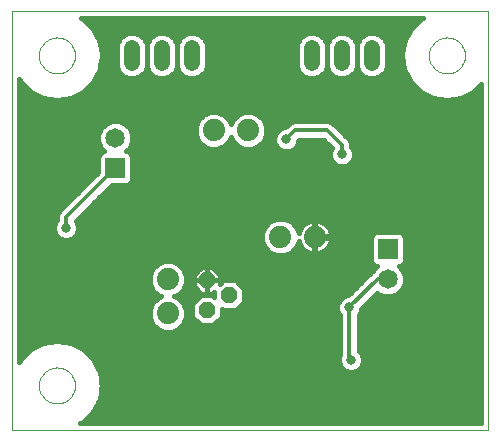
<source format=gbl>
G75*
%MOIN*%
%OFA0B0*%
%FSLAX24Y24*%
%IPPOS*%
%LPD*%
%AMOC8*
5,1,8,0,0,1.08239X$1,22.5*
%
%ADD10C,0.0000*%
%ADD11C,0.0740*%
%ADD12OC8,0.0520*%
%ADD13R,0.0650X0.0650*%
%ADD14C,0.0650*%
%ADD15C,0.0520*%
%ADD16C,0.0160*%
%ADD17C,0.0320*%
%ADD18C,0.0100*%
%ADD19C,0.0140*%
D10*
X000180Y000180D02*
X000180Y014176D01*
X016050Y014176D01*
X016050Y000180D01*
X000180Y000180D01*
X001080Y001680D02*
X001082Y001729D01*
X001088Y001777D01*
X001098Y001825D01*
X001112Y001872D01*
X001129Y001918D01*
X001150Y001962D01*
X001175Y002004D01*
X001203Y002044D01*
X001235Y002082D01*
X001269Y002117D01*
X001306Y002149D01*
X001345Y002178D01*
X001387Y002204D01*
X001431Y002226D01*
X001476Y002244D01*
X001523Y002259D01*
X001570Y002270D01*
X001619Y002277D01*
X001668Y002280D01*
X001717Y002279D01*
X001765Y002274D01*
X001814Y002265D01*
X001861Y002252D01*
X001907Y002235D01*
X001951Y002215D01*
X001994Y002191D01*
X002035Y002164D01*
X002073Y002133D01*
X002109Y002100D01*
X002141Y002064D01*
X002171Y002025D01*
X002198Y001984D01*
X002221Y001940D01*
X002240Y001895D01*
X002256Y001849D01*
X002268Y001802D01*
X002276Y001753D01*
X002280Y001704D01*
X002280Y001656D01*
X002276Y001607D01*
X002268Y001558D01*
X002256Y001511D01*
X002240Y001465D01*
X002221Y001420D01*
X002198Y001376D01*
X002171Y001335D01*
X002141Y001296D01*
X002109Y001260D01*
X002073Y001227D01*
X002035Y001196D01*
X001994Y001169D01*
X001951Y001145D01*
X001907Y001125D01*
X001861Y001108D01*
X001814Y001095D01*
X001765Y001086D01*
X001717Y001081D01*
X001668Y001080D01*
X001619Y001083D01*
X001570Y001090D01*
X001523Y001101D01*
X001476Y001116D01*
X001431Y001134D01*
X001387Y001156D01*
X001345Y001182D01*
X001306Y001211D01*
X001269Y001243D01*
X001235Y001278D01*
X001203Y001316D01*
X001175Y001356D01*
X001150Y001398D01*
X001129Y001442D01*
X001112Y001488D01*
X001098Y001535D01*
X001088Y001583D01*
X001082Y001631D01*
X001080Y001680D01*
X001080Y012680D02*
X001082Y012729D01*
X001088Y012777D01*
X001098Y012825D01*
X001112Y012872D01*
X001129Y012918D01*
X001150Y012962D01*
X001175Y013004D01*
X001203Y013044D01*
X001235Y013082D01*
X001269Y013117D01*
X001306Y013149D01*
X001345Y013178D01*
X001387Y013204D01*
X001431Y013226D01*
X001476Y013244D01*
X001523Y013259D01*
X001570Y013270D01*
X001619Y013277D01*
X001668Y013280D01*
X001717Y013279D01*
X001765Y013274D01*
X001814Y013265D01*
X001861Y013252D01*
X001907Y013235D01*
X001951Y013215D01*
X001994Y013191D01*
X002035Y013164D01*
X002073Y013133D01*
X002109Y013100D01*
X002141Y013064D01*
X002171Y013025D01*
X002198Y012984D01*
X002221Y012940D01*
X002240Y012895D01*
X002256Y012849D01*
X002268Y012802D01*
X002276Y012753D01*
X002280Y012704D01*
X002280Y012656D01*
X002276Y012607D01*
X002268Y012558D01*
X002256Y012511D01*
X002240Y012465D01*
X002221Y012420D01*
X002198Y012376D01*
X002171Y012335D01*
X002141Y012296D01*
X002109Y012260D01*
X002073Y012227D01*
X002035Y012196D01*
X001994Y012169D01*
X001951Y012145D01*
X001907Y012125D01*
X001861Y012108D01*
X001814Y012095D01*
X001765Y012086D01*
X001717Y012081D01*
X001668Y012080D01*
X001619Y012083D01*
X001570Y012090D01*
X001523Y012101D01*
X001476Y012116D01*
X001431Y012134D01*
X001387Y012156D01*
X001345Y012182D01*
X001306Y012211D01*
X001269Y012243D01*
X001235Y012278D01*
X001203Y012316D01*
X001175Y012356D01*
X001150Y012398D01*
X001129Y012442D01*
X001112Y012488D01*
X001098Y012535D01*
X001088Y012583D01*
X001082Y012631D01*
X001080Y012680D01*
X014080Y012680D02*
X014082Y012729D01*
X014088Y012777D01*
X014098Y012825D01*
X014112Y012872D01*
X014129Y012918D01*
X014150Y012962D01*
X014175Y013004D01*
X014203Y013044D01*
X014235Y013082D01*
X014269Y013117D01*
X014306Y013149D01*
X014345Y013178D01*
X014387Y013204D01*
X014431Y013226D01*
X014476Y013244D01*
X014523Y013259D01*
X014570Y013270D01*
X014619Y013277D01*
X014668Y013280D01*
X014717Y013279D01*
X014765Y013274D01*
X014814Y013265D01*
X014861Y013252D01*
X014907Y013235D01*
X014951Y013215D01*
X014994Y013191D01*
X015035Y013164D01*
X015073Y013133D01*
X015109Y013100D01*
X015141Y013064D01*
X015171Y013025D01*
X015198Y012984D01*
X015221Y012940D01*
X015240Y012895D01*
X015256Y012849D01*
X015268Y012802D01*
X015276Y012753D01*
X015280Y012704D01*
X015280Y012656D01*
X015276Y012607D01*
X015268Y012558D01*
X015256Y012511D01*
X015240Y012465D01*
X015221Y012420D01*
X015198Y012376D01*
X015171Y012335D01*
X015141Y012296D01*
X015109Y012260D01*
X015073Y012227D01*
X015035Y012196D01*
X014994Y012169D01*
X014951Y012145D01*
X014907Y012125D01*
X014861Y012108D01*
X014814Y012095D01*
X014765Y012086D01*
X014717Y012081D01*
X014668Y012080D01*
X014619Y012083D01*
X014570Y012090D01*
X014523Y012101D01*
X014476Y012116D01*
X014431Y012134D01*
X014387Y012156D01*
X014345Y012182D01*
X014306Y012211D01*
X014269Y012243D01*
X014235Y012278D01*
X014203Y012316D01*
X014175Y012356D01*
X014150Y012398D01*
X014129Y012442D01*
X014112Y012488D01*
X014098Y012535D01*
X014088Y012583D01*
X014082Y012631D01*
X014080Y012680D01*
D11*
X008050Y010180D03*
X006910Y010180D03*
X009130Y006630D03*
X010270Y006630D03*
X005380Y005220D03*
X005380Y004080D03*
D12*
X006680Y004180D03*
X007430Y004680D03*
X006680Y005180D03*
D13*
X003630Y008930D03*
X012710Y006220D03*
D14*
X012710Y005220D03*
X003630Y009930D03*
D15*
X004180Y012420D02*
X004180Y012940D01*
X005180Y012940D02*
X005180Y012420D01*
X006180Y012420D02*
X006180Y012940D01*
X010180Y012940D02*
X010180Y012420D01*
X011180Y012420D02*
X011180Y012940D01*
X012180Y012940D02*
X012180Y012420D01*
D16*
X012535Y012068D02*
X013335Y012068D01*
X013258Y012218D02*
X013471Y011801D01*
X013801Y011471D01*
X013801Y011471D01*
X014218Y011258D01*
X014218Y011258D01*
X014680Y011185D01*
X015142Y011258D01*
X015559Y011471D01*
X015810Y011722D01*
X015810Y000420D01*
X002460Y000420D01*
X002559Y000471D01*
X002889Y000801D01*
X002889Y000801D01*
X003102Y001218D01*
X003102Y001218D01*
X003175Y001680D01*
X003102Y002142D01*
X002889Y002559D01*
X002559Y002889D01*
X002142Y003102D01*
X001680Y003175D01*
X001218Y003102D01*
X000801Y002889D01*
X000471Y002559D01*
X000420Y002460D01*
X000420Y011900D01*
X000471Y011801D01*
X000801Y011471D01*
X000801Y011471D01*
X001218Y011258D01*
X001218Y011258D01*
X001680Y011185D01*
X002142Y011258D01*
X002559Y011471D01*
X002889Y011801D01*
X002889Y011801D01*
X003102Y012218D01*
X003102Y012218D01*
X003175Y012680D01*
X003102Y013142D01*
X002889Y013559D01*
X002559Y013889D01*
X002467Y013936D01*
X013893Y013936D01*
X013801Y013889D01*
X013471Y013559D01*
X013258Y013142D01*
X013185Y012680D01*
X013185Y012680D01*
X013258Y012218D01*
X013258Y012218D01*
X013257Y012226D02*
X012641Y012226D01*
X012604Y012137D02*
X012680Y012321D01*
X012680Y013039D01*
X012604Y013223D01*
X012463Y013364D01*
X012279Y013440D01*
X012081Y013440D01*
X011897Y013364D01*
X011756Y013223D01*
X011680Y013039D01*
X011680Y012321D01*
X011756Y012137D01*
X011897Y011996D01*
X012081Y011920D01*
X012279Y011920D01*
X012463Y011996D01*
X012604Y012137D01*
X012680Y012385D02*
X013232Y012385D01*
X013207Y012543D02*
X012680Y012543D01*
X012680Y012702D02*
X013188Y012702D01*
X013214Y012860D02*
X012680Y012860D01*
X012680Y013019D02*
X013239Y013019D01*
X013258Y013142D02*
X013258Y013142D01*
X013276Y013177D02*
X012623Y013177D01*
X012492Y013336D02*
X013357Y013336D01*
X013438Y013494D02*
X002922Y013494D01*
X002889Y013559D02*
X002889Y013559D01*
X002796Y013653D02*
X013564Y013653D01*
X013471Y013559D02*
X013471Y013559D01*
X013723Y013811D02*
X002637Y013811D01*
X002559Y013889D02*
X002559Y013889D01*
X003003Y013336D02*
X003868Y013336D01*
X003897Y013364D02*
X003756Y013223D01*
X003680Y013039D01*
X003680Y012321D01*
X003756Y012137D01*
X003897Y011996D01*
X004081Y011920D01*
X004279Y011920D01*
X004463Y011996D01*
X004604Y012137D01*
X004680Y012321D01*
X004680Y013039D01*
X004604Y013223D01*
X004463Y013364D01*
X004279Y013440D01*
X004081Y013440D01*
X003897Y013364D01*
X003737Y013177D02*
X003084Y013177D01*
X003102Y013142D02*
X003102Y013142D01*
X003121Y013019D02*
X003680Y013019D01*
X003680Y012860D02*
X003146Y012860D01*
X003172Y012702D02*
X003680Y012702D01*
X003680Y012543D02*
X003153Y012543D01*
X003128Y012385D02*
X003680Y012385D01*
X003719Y012226D02*
X003103Y012226D01*
X003025Y012068D02*
X003825Y012068D01*
X004535Y012068D02*
X004825Y012068D01*
X004756Y012137D02*
X004897Y011996D01*
X005081Y011920D01*
X005279Y011920D01*
X005463Y011996D01*
X005604Y012137D01*
X005680Y012321D01*
X005756Y012137D01*
X005897Y011996D01*
X006081Y011920D01*
X006279Y011920D01*
X006463Y011996D01*
X006604Y012137D01*
X006680Y012321D01*
X006680Y013039D01*
X006604Y013223D01*
X006463Y013364D01*
X006279Y013440D01*
X006081Y013440D01*
X005897Y013364D01*
X005756Y013223D01*
X005680Y013039D01*
X005680Y012321D01*
X005680Y013039D01*
X005604Y013223D01*
X005463Y013364D01*
X005279Y013440D01*
X005081Y013440D01*
X004897Y013364D01*
X004756Y013223D01*
X004680Y013039D01*
X004680Y012321D01*
X004756Y012137D01*
X004719Y012226D02*
X004641Y012226D01*
X004680Y012385D02*
X004680Y012385D01*
X004680Y012543D02*
X004680Y012543D01*
X004680Y012702D02*
X004680Y012702D01*
X004680Y012860D02*
X004680Y012860D01*
X004680Y013019D02*
X004680Y013019D01*
X004623Y013177D02*
X004737Y013177D01*
X004868Y013336D02*
X004492Y013336D01*
X005492Y013336D02*
X005868Y013336D01*
X005737Y013177D02*
X005623Y013177D01*
X005680Y013019D02*
X005680Y013019D01*
X005680Y012860D02*
X005680Y012860D01*
X005680Y012702D02*
X005680Y012702D01*
X005680Y012543D02*
X005680Y012543D01*
X005680Y012385D02*
X005680Y012385D01*
X005641Y012226D02*
X005719Y012226D01*
X005825Y012068D02*
X005535Y012068D01*
X006535Y012068D02*
X009825Y012068D01*
X009756Y012137D02*
X009680Y012321D01*
X009680Y013039D01*
X009756Y013223D01*
X009897Y013364D01*
X010081Y013440D01*
X010279Y013440D01*
X010463Y013364D01*
X010604Y013223D01*
X010680Y013039D01*
X010680Y012321D01*
X010604Y012137D01*
X010463Y011996D01*
X010279Y011920D01*
X010081Y011920D01*
X009897Y011996D01*
X009756Y012137D01*
X009719Y012226D02*
X006641Y012226D01*
X006680Y012385D02*
X009680Y012385D01*
X009680Y012543D02*
X006680Y012543D01*
X006680Y012702D02*
X009680Y012702D01*
X009680Y012860D02*
X006680Y012860D01*
X006680Y013019D02*
X009680Y013019D01*
X009737Y013177D02*
X006623Y013177D01*
X006492Y013336D02*
X009868Y013336D01*
X010492Y013336D02*
X010868Y013336D01*
X010897Y013364D02*
X010756Y013223D01*
X010680Y013039D01*
X010680Y012321D01*
X010756Y012137D01*
X010897Y011996D01*
X011081Y011920D01*
X011279Y011920D01*
X011463Y011996D01*
X011604Y012137D01*
X011680Y012321D01*
X011680Y013039D01*
X011604Y013223D01*
X011463Y013364D01*
X011279Y013440D01*
X011081Y013440D01*
X010897Y013364D01*
X010737Y013177D02*
X010623Y013177D01*
X010680Y013019D02*
X010680Y013019D01*
X010680Y012860D02*
X010680Y012860D01*
X010680Y012702D02*
X010680Y012702D01*
X010680Y012543D02*
X010680Y012543D01*
X010680Y012385D02*
X010680Y012385D01*
X010641Y012226D02*
X010719Y012226D01*
X010825Y012068D02*
X010535Y012068D01*
X011535Y012068D02*
X011825Y012068D01*
X011719Y012226D02*
X011641Y012226D01*
X011680Y012385D02*
X011680Y012385D01*
X011680Y012543D02*
X011680Y012543D01*
X011680Y012702D02*
X011680Y012702D01*
X011680Y012860D02*
X011680Y012860D01*
X011680Y013019D02*
X011680Y013019D01*
X011623Y013177D02*
X011737Y013177D01*
X011868Y013336D02*
X011492Y013336D01*
X013416Y011909D02*
X002944Y011909D01*
X002839Y011751D02*
X013521Y011751D01*
X013471Y011801D02*
X013471Y011801D01*
X013680Y011592D02*
X002680Y011592D01*
X002559Y011471D02*
X002559Y011471D01*
X002486Y011434D02*
X013874Y011434D01*
X014185Y011275D02*
X002175Y011275D01*
X002142Y011258D02*
X002142Y011258D01*
X001680Y011185D02*
X001680Y011185D01*
X001185Y011275D02*
X000420Y011275D01*
X000420Y011117D02*
X015810Y011117D01*
X015810Y011275D02*
X015175Y011275D01*
X015142Y011258D02*
X015142Y011258D01*
X015486Y011434D02*
X015810Y011434D01*
X015810Y011592D02*
X015680Y011592D01*
X015559Y011471D02*
X015559Y011471D01*
X015810Y010958D02*
X000420Y010958D01*
X000420Y010800D02*
X015810Y010800D01*
X015810Y010641D02*
X008452Y010641D01*
X008396Y010697D02*
X008171Y010790D01*
X007929Y010790D01*
X007704Y010697D01*
X007533Y010526D01*
X007480Y010398D01*
X007427Y010526D01*
X007256Y010697D01*
X007031Y010790D01*
X006789Y010790D01*
X006564Y010697D01*
X006393Y010526D01*
X006300Y010301D01*
X006300Y010059D01*
X006393Y009834D01*
X006564Y009663D01*
X006789Y009570D01*
X007031Y009570D01*
X007256Y009663D01*
X007427Y009834D01*
X007480Y009962D01*
X007533Y009834D01*
X007704Y009663D01*
X007929Y009570D01*
X008171Y009570D01*
X008396Y009663D01*
X008567Y009834D01*
X008660Y010059D01*
X008660Y010301D01*
X008567Y010526D01*
X008396Y010697D01*
X008585Y010483D02*
X009550Y010483D01*
X009568Y010490D02*
X009454Y010443D01*
X009292Y010280D01*
X009250Y010280D01*
X009103Y010219D01*
X008991Y010107D01*
X008930Y009960D01*
X008930Y009800D01*
X008991Y009653D01*
X009103Y009541D01*
X009250Y009480D01*
X009410Y009480D01*
X009557Y009541D01*
X009669Y009653D01*
X009730Y009800D01*
X009730Y009842D01*
X009758Y009870D01*
X010552Y009870D01*
X010833Y009588D01*
X010780Y009460D01*
X010780Y009300D01*
X010841Y009153D01*
X010953Y009041D01*
X011100Y008980D01*
X011260Y008980D01*
X011407Y009041D01*
X011519Y009153D01*
X011580Y009300D01*
X011580Y009460D01*
X011519Y009607D01*
X011490Y009636D01*
X011490Y009742D01*
X011443Y009856D01*
X010943Y010356D01*
X010856Y010443D01*
X010742Y010490D01*
X009568Y010490D01*
X009336Y010324D02*
X008651Y010324D01*
X008660Y010166D02*
X009050Y010166D01*
X008950Y010007D02*
X008639Y010007D01*
X008573Y009849D02*
X008930Y009849D01*
X008976Y009690D02*
X008423Y009690D01*
X009126Y009532D02*
X004031Y009532D01*
X004003Y009495D02*
X003994Y009495D01*
X004109Y009610D01*
X004195Y009818D01*
X004195Y010042D01*
X004109Y010250D01*
X003950Y010409D01*
X003742Y010495D01*
X003518Y010495D01*
X003310Y010409D01*
X003151Y010250D01*
X003065Y010042D01*
X003065Y009818D01*
X003151Y009610D01*
X003266Y009495D01*
X003257Y009495D01*
X003169Y009458D01*
X003102Y009391D01*
X003065Y009303D01*
X003065Y008803D01*
X001717Y007456D01*
X001670Y007342D01*
X001670Y007186D01*
X001641Y007157D01*
X001580Y007010D01*
X001580Y006850D01*
X001641Y006703D01*
X001753Y006591D01*
X001900Y006530D01*
X002060Y006530D01*
X002207Y006591D01*
X002319Y006703D01*
X002380Y006850D01*
X002380Y007010D01*
X002319Y007157D01*
X002307Y007169D01*
X003503Y008365D01*
X004003Y008365D01*
X004091Y008402D01*
X004158Y008469D01*
X004195Y008557D01*
X004195Y009303D01*
X004158Y009391D01*
X004091Y009458D01*
X004003Y009495D01*
X004166Y009373D02*
X010780Y009373D01*
X010810Y009532D02*
X009534Y009532D01*
X009684Y009690D02*
X010732Y009690D01*
X010573Y009849D02*
X009737Y009849D01*
X010760Y010483D02*
X015810Y010483D01*
X015810Y010324D02*
X010974Y010324D01*
X011133Y010166D02*
X015810Y010166D01*
X015810Y010007D02*
X011291Y010007D01*
X011446Y009849D02*
X015810Y009849D01*
X015810Y009690D02*
X011490Y009690D01*
X011550Y009532D02*
X015810Y009532D01*
X015810Y009373D02*
X011580Y009373D01*
X011544Y009215D02*
X015810Y009215D01*
X015810Y009056D02*
X011422Y009056D01*
X010938Y009056D02*
X004195Y009056D01*
X004195Y009215D02*
X010816Y009215D01*
X010399Y007166D02*
X010313Y007180D01*
X010290Y007180D01*
X010290Y006650D01*
X010250Y006650D01*
X010250Y007180D01*
X010227Y007180D01*
X010141Y007166D01*
X010059Y007140D01*
X009982Y007100D01*
X009912Y007050D01*
X009850Y006988D01*
X009800Y006918D01*
X009760Y006841D01*
X009735Y006763D01*
X009647Y006976D01*
X009476Y007147D01*
X009251Y007240D01*
X009009Y007240D01*
X008784Y007147D01*
X008613Y006976D01*
X008520Y006751D01*
X008520Y006509D01*
X008613Y006284D01*
X008784Y006113D01*
X009009Y006020D01*
X009251Y006020D01*
X009476Y006113D01*
X009647Y006284D01*
X009735Y006497D01*
X009760Y006419D01*
X009800Y006342D01*
X009850Y006272D01*
X009912Y006210D01*
X009982Y006160D01*
X010059Y006120D01*
X010141Y006094D01*
X010227Y006080D01*
X010250Y006080D01*
X010250Y006610D01*
X010290Y006610D01*
X010290Y006650D01*
X010820Y006650D01*
X010820Y006673D01*
X010806Y006759D01*
X010780Y006841D01*
X010740Y006918D01*
X010690Y006988D01*
X010628Y007050D01*
X010558Y007100D01*
X010481Y007140D01*
X010399Y007166D01*
X010437Y007154D02*
X015810Y007154D01*
X015810Y006996D02*
X010682Y006996D01*
X010781Y006837D02*
X015810Y006837D01*
X015810Y006679D02*
X013239Y006679D01*
X013238Y006681D02*
X013171Y006748D01*
X013083Y006785D01*
X012337Y006785D01*
X012249Y006748D01*
X012182Y006681D01*
X012145Y006593D01*
X012145Y005847D01*
X012182Y005759D01*
X012249Y005692D01*
X012337Y005655D01*
X012346Y005655D01*
X012231Y005540D01*
X012210Y005489D01*
X012194Y005483D01*
X011392Y004680D01*
X011350Y004680D01*
X011203Y004619D01*
X011091Y004507D01*
X011030Y004360D01*
X011030Y004200D01*
X011091Y004053D01*
X011120Y004024D01*
X011120Y002706D01*
X011080Y002610D01*
X011080Y002450D01*
X011141Y002303D01*
X011253Y002191D01*
X011400Y002130D01*
X011560Y002130D01*
X011707Y002191D01*
X011819Y002303D01*
X011880Y002450D01*
X011880Y002610D01*
X011819Y002757D01*
X011740Y002836D01*
X011740Y004024D01*
X011769Y004053D01*
X011830Y004200D01*
X011830Y004242D01*
X012360Y004771D01*
X012390Y004741D01*
X012598Y004655D01*
X012822Y004655D01*
X013030Y004741D01*
X013189Y004900D01*
X013275Y005108D01*
X013275Y005332D01*
X013189Y005540D01*
X013074Y005655D01*
X013083Y005655D01*
X013171Y005692D01*
X013238Y005759D01*
X013275Y005847D01*
X013275Y006593D01*
X013238Y006681D01*
X013275Y006520D02*
X015810Y006520D01*
X015810Y006362D02*
X013275Y006362D01*
X013275Y006203D02*
X015810Y006203D01*
X015810Y006045D02*
X013275Y006045D01*
X013275Y005886D02*
X015810Y005886D01*
X015810Y005728D02*
X013207Y005728D01*
X013160Y005569D02*
X015810Y005569D01*
X015810Y005411D02*
X013243Y005411D01*
X013275Y005252D02*
X015810Y005252D01*
X015810Y005094D02*
X013269Y005094D01*
X013204Y004935D02*
X015810Y004935D01*
X015810Y004777D02*
X013066Y004777D01*
X012206Y004618D02*
X015810Y004618D01*
X015810Y004460D02*
X012048Y004460D01*
X011889Y004301D02*
X015810Y004301D01*
X015810Y004143D02*
X011806Y004143D01*
X011740Y003984D02*
X015810Y003984D01*
X015810Y003826D02*
X011740Y003826D01*
X011740Y003667D02*
X015810Y003667D01*
X015810Y003509D02*
X011740Y003509D01*
X011740Y003350D02*
X015810Y003350D01*
X015810Y003192D02*
X011740Y003192D01*
X011740Y003033D02*
X015810Y003033D01*
X015810Y002875D02*
X011740Y002875D01*
X011836Y002716D02*
X015810Y002716D01*
X015810Y002558D02*
X011880Y002558D01*
X011859Y002399D02*
X015810Y002399D01*
X015810Y002241D02*
X011756Y002241D01*
X011204Y002241D02*
X003052Y002241D01*
X003102Y002142D02*
X003102Y002142D01*
X003111Y002082D02*
X015810Y002082D01*
X015810Y001924D02*
X003136Y001924D01*
X003162Y001765D02*
X015810Y001765D01*
X015810Y001607D02*
X003163Y001607D01*
X003138Y001448D02*
X015810Y001448D01*
X015810Y001290D02*
X003113Y001290D01*
X003057Y001131D02*
X015810Y001131D01*
X015810Y000973D02*
X002977Y000973D01*
X002896Y000814D02*
X015810Y000814D01*
X015810Y000656D02*
X002744Y000656D01*
X002585Y000497D02*
X015810Y000497D01*
X011101Y002399D02*
X002971Y002399D01*
X002890Y002558D02*
X011080Y002558D01*
X011120Y002716D02*
X002732Y002716D01*
X002889Y002559D02*
X002889Y002559D01*
X002574Y002875D02*
X011120Y002875D01*
X011120Y003033D02*
X002277Y003033D01*
X002142Y003102D02*
X002142Y003102D01*
X002559Y002889D02*
X002559Y002889D01*
X001680Y003175D02*
X001680Y003175D01*
X001218Y003102D02*
X001218Y003102D01*
X001083Y003033D02*
X000420Y003033D01*
X000420Y002875D02*
X000786Y002875D01*
X000801Y002889D02*
X000801Y002889D01*
X000801Y002889D01*
X000628Y002716D02*
X000420Y002716D01*
X000420Y002558D02*
X000470Y002558D01*
X000471Y002559D02*
X000471Y002559D01*
X000420Y003192D02*
X011120Y003192D01*
X011120Y003350D02*
X000420Y003350D01*
X000420Y003509D02*
X005166Y003509D01*
X005259Y003470D02*
X005034Y003563D01*
X004863Y003734D01*
X004770Y003959D01*
X004770Y004201D01*
X004863Y004426D01*
X005034Y004597D01*
X005162Y004650D01*
X005034Y004703D01*
X004863Y004874D01*
X004770Y005099D01*
X004770Y005341D01*
X004863Y005566D01*
X005034Y005737D01*
X005259Y005830D01*
X005501Y005830D01*
X005726Y005737D01*
X005897Y005566D01*
X005990Y005341D01*
X005990Y005099D01*
X005897Y004874D01*
X005726Y004703D01*
X005598Y004650D01*
X005726Y004597D01*
X005897Y004426D01*
X005990Y004201D01*
X005990Y003959D01*
X005897Y003734D01*
X005726Y003563D01*
X005501Y003470D01*
X005259Y003470D01*
X005594Y003509D02*
X011120Y003509D01*
X011120Y003667D02*
X005830Y003667D01*
X005935Y003826D02*
X006327Y003826D01*
X006473Y003680D02*
X006180Y003973D01*
X006180Y004387D01*
X006473Y004680D01*
X006887Y004680D01*
X006930Y004637D01*
X006930Y004808D01*
X006862Y004740D01*
X006680Y004740D01*
X006680Y005180D01*
X006680Y005180D01*
X006680Y005620D01*
X006862Y005620D01*
X007120Y005362D01*
X007120Y005180D01*
X006680Y005180D01*
X006680Y005180D01*
X006680Y005180D01*
X006240Y005180D01*
X006240Y005362D01*
X006498Y005620D01*
X006680Y005620D01*
X006680Y005180D01*
X007120Y005180D01*
X007120Y005077D01*
X007223Y005180D01*
X007637Y005180D01*
X007930Y004887D01*
X007930Y004473D01*
X007637Y004180D01*
X007223Y004180D01*
X007180Y004223D01*
X007180Y003973D01*
X006887Y003680D01*
X006473Y003680D01*
X006180Y003984D02*
X005990Y003984D01*
X005990Y004143D02*
X006180Y004143D01*
X006180Y004301D02*
X005949Y004301D01*
X005863Y004460D02*
X006252Y004460D01*
X006411Y004618D02*
X005675Y004618D01*
X005799Y004777D02*
X006461Y004777D01*
X006498Y004740D02*
X006240Y004998D01*
X006240Y005180D01*
X006680Y005180D01*
X006680Y005180D01*
X006680Y004740D01*
X006498Y004740D01*
X006680Y004777D02*
X006680Y004777D01*
X006680Y004935D02*
X006680Y004935D01*
X006680Y005094D02*
X006680Y005094D01*
X006680Y005252D02*
X006680Y005252D01*
X006680Y005411D02*
X006680Y005411D01*
X006680Y005569D02*
X006680Y005569D01*
X006447Y005569D02*
X005894Y005569D01*
X005961Y005411D02*
X006288Y005411D01*
X006240Y005252D02*
X005990Y005252D01*
X005988Y005094D02*
X006240Y005094D01*
X006303Y004935D02*
X005922Y004935D01*
X005735Y005728D02*
X012213Y005728D01*
X012260Y005569D02*
X006913Y005569D01*
X007072Y005411D02*
X012122Y005411D01*
X011964Y005252D02*
X007120Y005252D01*
X007120Y005094D02*
X007136Y005094D01*
X006930Y004777D02*
X006899Y004777D01*
X007180Y004143D02*
X011054Y004143D01*
X011030Y004301D02*
X007758Y004301D01*
X007917Y004460D02*
X011071Y004460D01*
X011202Y004618D02*
X007930Y004618D01*
X007930Y004777D02*
X011488Y004777D01*
X011647Y004935D02*
X007882Y004935D01*
X007724Y005094D02*
X011805Y005094D01*
X012145Y005886D02*
X000420Y005886D01*
X000420Y005728D02*
X005025Y005728D01*
X004866Y005569D02*
X000420Y005569D01*
X000420Y005411D02*
X004799Y005411D01*
X004770Y005252D02*
X000420Y005252D01*
X000420Y005094D02*
X004772Y005094D01*
X004838Y004935D02*
X000420Y004935D01*
X000420Y004777D02*
X004961Y004777D01*
X005085Y004618D02*
X000420Y004618D01*
X000420Y004460D02*
X004897Y004460D01*
X004811Y004301D02*
X000420Y004301D01*
X000420Y004143D02*
X004770Y004143D01*
X004770Y003984D02*
X000420Y003984D01*
X000420Y003826D02*
X004825Y003826D01*
X004930Y003667D02*
X000420Y003667D01*
X000420Y006045D02*
X008949Y006045D01*
X008694Y006203D02*
X000420Y006203D01*
X000420Y006362D02*
X008581Y006362D01*
X008520Y006520D02*
X000420Y006520D01*
X000420Y006679D02*
X001666Y006679D01*
X001586Y006837D02*
X000420Y006837D01*
X000420Y006996D02*
X001580Y006996D01*
X001640Y007154D02*
X000420Y007154D01*
X000420Y007313D02*
X001670Y007313D01*
X001733Y007471D02*
X000420Y007471D01*
X000420Y007630D02*
X001891Y007630D01*
X002050Y007788D02*
X000420Y007788D01*
X000420Y007947D02*
X002208Y007947D01*
X002367Y008105D02*
X000420Y008105D01*
X000420Y008264D02*
X002525Y008264D01*
X002684Y008422D02*
X000420Y008422D01*
X000420Y008581D02*
X002842Y008581D01*
X003001Y008739D02*
X000420Y008739D01*
X000420Y008898D02*
X003065Y008898D01*
X003065Y009056D02*
X000420Y009056D01*
X000420Y009215D02*
X003065Y009215D01*
X003094Y009373D02*
X000420Y009373D01*
X000420Y009532D02*
X003229Y009532D01*
X003118Y009690D02*
X000420Y009690D01*
X000420Y009849D02*
X003065Y009849D01*
X003065Y010007D02*
X000420Y010007D01*
X000420Y010166D02*
X003116Y010166D01*
X003225Y010324D02*
X000420Y010324D01*
X000420Y010483D02*
X003487Y010483D01*
X003773Y010483D02*
X006375Y010483D01*
X006508Y010641D02*
X000420Y010641D01*
X000420Y011434D02*
X000874Y011434D01*
X000680Y011592D02*
X000420Y011592D01*
X000420Y011751D02*
X000521Y011751D01*
X000471Y011801D02*
X000471Y011801D01*
X004035Y010324D02*
X006309Y010324D01*
X006300Y010166D02*
X004144Y010166D01*
X004195Y010007D02*
X006321Y010007D01*
X006387Y009849D02*
X004195Y009849D01*
X004142Y009690D02*
X006537Y009690D01*
X007283Y009690D02*
X007677Y009690D01*
X007527Y009849D02*
X007433Y009849D01*
X007445Y010483D02*
X007515Y010483D01*
X007648Y010641D02*
X007312Y010641D01*
X004195Y008898D02*
X015810Y008898D01*
X015810Y008739D02*
X004195Y008739D01*
X004195Y008581D02*
X015810Y008581D01*
X015810Y008422D02*
X004111Y008422D01*
X003402Y008264D02*
X015810Y008264D01*
X015810Y008105D02*
X003243Y008105D01*
X003085Y007947D02*
X015810Y007947D01*
X015810Y007788D02*
X002926Y007788D01*
X002768Y007630D02*
X015810Y007630D01*
X015810Y007471D02*
X002609Y007471D01*
X002451Y007313D02*
X015810Y007313D01*
X012181Y006679D02*
X010819Y006679D01*
X010820Y006610D02*
X010290Y006610D01*
X010290Y006080D01*
X010313Y006080D01*
X010399Y006094D01*
X010481Y006120D01*
X010558Y006160D01*
X010628Y006210D01*
X010690Y006272D01*
X010740Y006342D01*
X010780Y006419D01*
X010806Y006501D01*
X010820Y006587D01*
X010820Y006610D01*
X010809Y006520D02*
X012145Y006520D01*
X012145Y006362D02*
X010750Y006362D01*
X010618Y006203D02*
X012145Y006203D01*
X012145Y006045D02*
X009311Y006045D01*
X009566Y006203D02*
X009922Y006203D01*
X009790Y006362D02*
X009679Y006362D01*
X009705Y006837D02*
X009759Y006837D01*
X009858Y006996D02*
X009627Y006996D01*
X009459Y007154D02*
X010103Y007154D01*
X010250Y007154D02*
X010290Y007154D01*
X010290Y006996D02*
X010250Y006996D01*
X010250Y006837D02*
X010290Y006837D01*
X010290Y006679D02*
X010250Y006679D01*
X010250Y006520D02*
X010290Y006520D01*
X010290Y006362D02*
X010250Y006362D01*
X010250Y006203D02*
X010290Y006203D01*
X008801Y007154D02*
X002320Y007154D01*
X002380Y006996D02*
X008633Y006996D01*
X008555Y006837D02*
X002374Y006837D01*
X002294Y006679D02*
X008520Y006679D01*
X007180Y003984D02*
X011120Y003984D01*
X011120Y003826D02*
X007033Y003826D01*
X002559Y000471D02*
X002559Y000471D01*
X014680Y011185D02*
X014680Y011185D01*
X013801Y013889D02*
X013801Y013889D01*
D17*
X009330Y009880D03*
X010050Y008270D03*
X011180Y009380D03*
X011430Y004280D03*
X011480Y002530D03*
X001980Y006930D03*
X003810Y010990D03*
D18*
X005010Y010820D01*
X005140Y010690D01*
D19*
X003630Y008930D02*
X001980Y007280D01*
X001980Y006930D01*
X009330Y009880D02*
X009630Y010180D01*
X010680Y010180D01*
X011180Y009680D01*
X011180Y009380D01*
X012370Y005220D02*
X011430Y004280D01*
X011430Y002580D01*
X011480Y002530D01*
X012370Y005220D02*
X012710Y005220D01*
M02*

</source>
